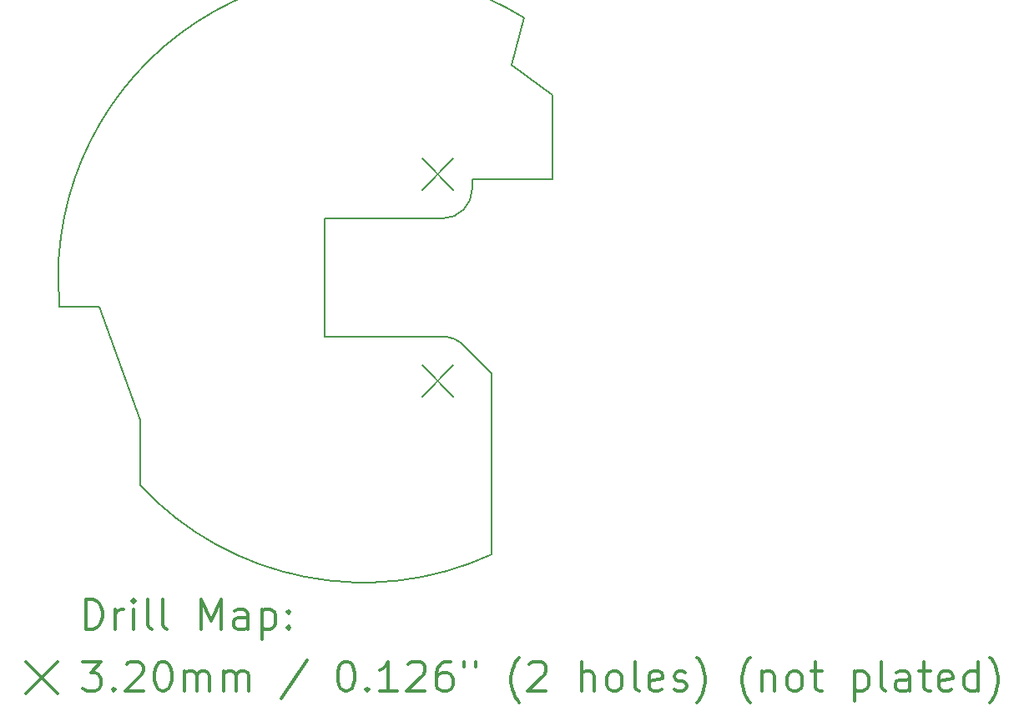
<source format=gbr>
%FSLAX45Y45*%
G04 Gerber Fmt 4.5, Leading zero omitted, Abs format (unit mm)*
G04 Created by KiCad (PCBNEW (5.0.2)-1) date 22/03/2019 14:34:31*
%MOMM*%
%LPD*%
G01*
G04 APERTURE LIST*
%ADD10C,0.150000*%
%ADD11C,0.200000*%
%ADD12C,0.300000*%
G04 APERTURE END LIST*
D10*
X6711980Y3799982D02*
G75*
G03X6492000Y3896000I-219980J-203982D01*
G01*
X6711980Y3799982D02*
X6992000Y3520000D01*
X3424795Y3050000D02*
X3424795Y2384809D01*
X3006000Y4196000D02*
X3424795Y3050000D01*
X2606551Y4195990D02*
X3006000Y4196000D01*
X7605000Y6352000D02*
X7188000Y6658000D01*
X7316967Y7135978D02*
X7188000Y6658000D01*
X7605000Y5496000D02*
X7605000Y6352000D01*
X3424795Y2384809D02*
G75*
G03X6992000Y1684000I2267205J2111191D01*
G01*
X6492000Y5096000D02*
G75*
G03X6792000Y5396000I0J300000D01*
G01*
X2606551Y4195990D02*
G75*
G02X2592000Y4496000I3085449J300010D01*
G01*
X7316967Y7135978D02*
G75*
G03X2592000Y4496000I-1624967J-2639978D01*
G01*
X5292000Y5096000D02*
X6492000Y5096000D01*
X6492000Y3896000D02*
X5292000Y3896000D01*
X6992000Y1684000D02*
X6992000Y3520000D01*
X6792000Y5496000D02*
X6792000Y5396000D01*
X5292000Y5096000D02*
X5292000Y3896000D01*
X6792000Y5496000D02*
X7605000Y5496000D01*
D11*
X6282000Y3606000D02*
X6602000Y3286000D01*
X6602000Y3606000D02*
X6282000Y3286000D01*
X6282000Y5706000D02*
X6602000Y5386000D01*
X6602000Y5706000D02*
X6282000Y5386000D01*
D12*
X2870928Y924828D02*
X2870928Y1224828D01*
X2942357Y1224828D01*
X2985214Y1210542D01*
X3013786Y1181971D01*
X3028071Y1153399D01*
X3042357Y1096256D01*
X3042357Y1053399D01*
X3028071Y996256D01*
X3013786Y967685D01*
X2985214Y939113D01*
X2942357Y924828D01*
X2870928Y924828D01*
X3170928Y924828D02*
X3170928Y1124828D01*
X3170928Y1067685D02*
X3185214Y1096256D01*
X3199500Y1110542D01*
X3228071Y1124828D01*
X3256643Y1124828D01*
X3356643Y924828D02*
X3356643Y1124828D01*
X3356643Y1224828D02*
X3342357Y1210542D01*
X3356643Y1196256D01*
X3370928Y1210542D01*
X3356643Y1224828D01*
X3356643Y1196256D01*
X3542357Y924828D02*
X3513786Y939113D01*
X3499500Y967685D01*
X3499500Y1224828D01*
X3699500Y924828D02*
X3670928Y939113D01*
X3656643Y967685D01*
X3656643Y1224828D01*
X4042357Y924828D02*
X4042357Y1224828D01*
X4142357Y1010542D01*
X4242357Y1224828D01*
X4242357Y924828D01*
X4513786Y924828D02*
X4513786Y1081971D01*
X4499500Y1110542D01*
X4470928Y1124828D01*
X4413786Y1124828D01*
X4385214Y1110542D01*
X4513786Y939113D02*
X4485214Y924828D01*
X4413786Y924828D01*
X4385214Y939113D01*
X4370928Y967685D01*
X4370928Y996256D01*
X4385214Y1024828D01*
X4413786Y1039113D01*
X4485214Y1039113D01*
X4513786Y1053399D01*
X4656643Y1124828D02*
X4656643Y824828D01*
X4656643Y1110542D02*
X4685214Y1124828D01*
X4742357Y1124828D01*
X4770928Y1110542D01*
X4785214Y1096256D01*
X4799500Y1067685D01*
X4799500Y981970D01*
X4785214Y953399D01*
X4770928Y939113D01*
X4742357Y924828D01*
X4685214Y924828D01*
X4656643Y939113D01*
X4928071Y953399D02*
X4942357Y939113D01*
X4928071Y924828D01*
X4913786Y939113D01*
X4928071Y953399D01*
X4928071Y924828D01*
X4928071Y1110542D02*
X4942357Y1096256D01*
X4928071Y1081971D01*
X4913786Y1096256D01*
X4928071Y1110542D01*
X4928071Y1081971D01*
X2264500Y590542D02*
X2584500Y270542D01*
X2584500Y590542D02*
X2264500Y270542D01*
X2842357Y594828D02*
X3028071Y594828D01*
X2928071Y480542D01*
X2970928Y480542D01*
X2999500Y466256D01*
X3013786Y451970D01*
X3028071Y423399D01*
X3028071Y351970D01*
X3013786Y323399D01*
X2999500Y309113D01*
X2970928Y294828D01*
X2885214Y294828D01*
X2856643Y309113D01*
X2842357Y323399D01*
X3156643Y323399D02*
X3170928Y309113D01*
X3156643Y294828D01*
X3142357Y309113D01*
X3156643Y323399D01*
X3156643Y294828D01*
X3285214Y566256D02*
X3299500Y580542D01*
X3328071Y594828D01*
X3399500Y594828D01*
X3428071Y580542D01*
X3442357Y566256D01*
X3456643Y537685D01*
X3456643Y509113D01*
X3442357Y466256D01*
X3270928Y294828D01*
X3456643Y294828D01*
X3642357Y594828D02*
X3670928Y594828D01*
X3699500Y580542D01*
X3713786Y566256D01*
X3728071Y537685D01*
X3742357Y480542D01*
X3742357Y409113D01*
X3728071Y351970D01*
X3713786Y323399D01*
X3699500Y309113D01*
X3670928Y294828D01*
X3642357Y294828D01*
X3613786Y309113D01*
X3599500Y323399D01*
X3585214Y351970D01*
X3570928Y409113D01*
X3570928Y480542D01*
X3585214Y537685D01*
X3599500Y566256D01*
X3613786Y580542D01*
X3642357Y594828D01*
X3870928Y294828D02*
X3870928Y494828D01*
X3870928Y466256D02*
X3885214Y480542D01*
X3913786Y494828D01*
X3956643Y494828D01*
X3985214Y480542D01*
X3999500Y451970D01*
X3999500Y294828D01*
X3999500Y451970D02*
X4013786Y480542D01*
X4042357Y494828D01*
X4085214Y494828D01*
X4113786Y480542D01*
X4128071Y451970D01*
X4128071Y294828D01*
X4270928Y294828D02*
X4270928Y494828D01*
X4270928Y466256D02*
X4285214Y480542D01*
X4313786Y494828D01*
X4356643Y494828D01*
X4385214Y480542D01*
X4399500Y451970D01*
X4399500Y294828D01*
X4399500Y451970D02*
X4413786Y480542D01*
X4442357Y494828D01*
X4485214Y494828D01*
X4513786Y480542D01*
X4528071Y451970D01*
X4528071Y294828D01*
X5113786Y609113D02*
X4856643Y223399D01*
X5499500Y594828D02*
X5528071Y594828D01*
X5556643Y580542D01*
X5570928Y566256D01*
X5585214Y537685D01*
X5599500Y480542D01*
X5599500Y409113D01*
X5585214Y351970D01*
X5570928Y323399D01*
X5556643Y309113D01*
X5528071Y294828D01*
X5499500Y294828D01*
X5470928Y309113D01*
X5456643Y323399D01*
X5442357Y351970D01*
X5428071Y409113D01*
X5428071Y480542D01*
X5442357Y537685D01*
X5456643Y566256D01*
X5470928Y580542D01*
X5499500Y594828D01*
X5728071Y323399D02*
X5742357Y309113D01*
X5728071Y294828D01*
X5713786Y309113D01*
X5728071Y323399D01*
X5728071Y294828D01*
X6028071Y294828D02*
X5856643Y294828D01*
X5942357Y294828D02*
X5942357Y594828D01*
X5913786Y551971D01*
X5885214Y523399D01*
X5856643Y509113D01*
X6142357Y566256D02*
X6156643Y580542D01*
X6185214Y594828D01*
X6256643Y594828D01*
X6285214Y580542D01*
X6299500Y566256D01*
X6313786Y537685D01*
X6313786Y509113D01*
X6299500Y466256D01*
X6128071Y294828D01*
X6313786Y294828D01*
X6570928Y594828D02*
X6513786Y594828D01*
X6485214Y580542D01*
X6470928Y566256D01*
X6442357Y523399D01*
X6428071Y466256D01*
X6428071Y351970D01*
X6442357Y323399D01*
X6456643Y309113D01*
X6485214Y294828D01*
X6542357Y294828D01*
X6570928Y309113D01*
X6585214Y323399D01*
X6599500Y351970D01*
X6599500Y423399D01*
X6585214Y451970D01*
X6570928Y466256D01*
X6542357Y480542D01*
X6485214Y480542D01*
X6456643Y466256D01*
X6442357Y451970D01*
X6428071Y423399D01*
X6713786Y594828D02*
X6713786Y537685D01*
X6828071Y594828D02*
X6828071Y537685D01*
X7270928Y180542D02*
X7256643Y194828D01*
X7228071Y237685D01*
X7213786Y266256D01*
X7199500Y309113D01*
X7185214Y380542D01*
X7185214Y437685D01*
X7199500Y509113D01*
X7213786Y551971D01*
X7228071Y580542D01*
X7256643Y623399D01*
X7270928Y637685D01*
X7370928Y566256D02*
X7385214Y580542D01*
X7413786Y594828D01*
X7485214Y594828D01*
X7513786Y580542D01*
X7528071Y566256D01*
X7542357Y537685D01*
X7542357Y509113D01*
X7528071Y466256D01*
X7356643Y294828D01*
X7542357Y294828D01*
X7899500Y294828D02*
X7899500Y594828D01*
X8028071Y294828D02*
X8028071Y451970D01*
X8013786Y480542D01*
X7985214Y494828D01*
X7942357Y494828D01*
X7913786Y480542D01*
X7899500Y466256D01*
X8213786Y294828D02*
X8185214Y309113D01*
X8170928Y323399D01*
X8156643Y351970D01*
X8156643Y437685D01*
X8170928Y466256D01*
X8185214Y480542D01*
X8213786Y494828D01*
X8256643Y494828D01*
X8285214Y480542D01*
X8299500Y466256D01*
X8313786Y437685D01*
X8313786Y351970D01*
X8299500Y323399D01*
X8285214Y309113D01*
X8256643Y294828D01*
X8213786Y294828D01*
X8485214Y294828D02*
X8456643Y309113D01*
X8442357Y337685D01*
X8442357Y594828D01*
X8713786Y309113D02*
X8685214Y294828D01*
X8628071Y294828D01*
X8599500Y309113D01*
X8585214Y337685D01*
X8585214Y451970D01*
X8599500Y480542D01*
X8628071Y494828D01*
X8685214Y494828D01*
X8713786Y480542D01*
X8728071Y451970D01*
X8728071Y423399D01*
X8585214Y394828D01*
X8842357Y309113D02*
X8870928Y294828D01*
X8928071Y294828D01*
X8956643Y309113D01*
X8970928Y337685D01*
X8970928Y351970D01*
X8956643Y380542D01*
X8928071Y394828D01*
X8885214Y394828D01*
X8856643Y409113D01*
X8842357Y437685D01*
X8842357Y451970D01*
X8856643Y480542D01*
X8885214Y494828D01*
X8928071Y494828D01*
X8956643Y480542D01*
X9070928Y180542D02*
X9085214Y194828D01*
X9113786Y237685D01*
X9128071Y266256D01*
X9142357Y309113D01*
X9156643Y380542D01*
X9156643Y437685D01*
X9142357Y509113D01*
X9128071Y551971D01*
X9113786Y580542D01*
X9085214Y623399D01*
X9070928Y637685D01*
X9613786Y180542D02*
X9599500Y194828D01*
X9570928Y237685D01*
X9556643Y266256D01*
X9542357Y309113D01*
X9528071Y380542D01*
X9528071Y437685D01*
X9542357Y509113D01*
X9556643Y551971D01*
X9570928Y580542D01*
X9599500Y623399D01*
X9613786Y637685D01*
X9728071Y494828D02*
X9728071Y294828D01*
X9728071Y466256D02*
X9742357Y480542D01*
X9770928Y494828D01*
X9813786Y494828D01*
X9842357Y480542D01*
X9856643Y451970D01*
X9856643Y294828D01*
X10042357Y294828D02*
X10013786Y309113D01*
X9999500Y323399D01*
X9985214Y351970D01*
X9985214Y437685D01*
X9999500Y466256D01*
X10013786Y480542D01*
X10042357Y494828D01*
X10085214Y494828D01*
X10113786Y480542D01*
X10128071Y466256D01*
X10142357Y437685D01*
X10142357Y351970D01*
X10128071Y323399D01*
X10113786Y309113D01*
X10085214Y294828D01*
X10042357Y294828D01*
X10228071Y494828D02*
X10342357Y494828D01*
X10270928Y594828D02*
X10270928Y337685D01*
X10285214Y309113D01*
X10313786Y294828D01*
X10342357Y294828D01*
X10670928Y494828D02*
X10670928Y194828D01*
X10670928Y480542D02*
X10699500Y494828D01*
X10756643Y494828D01*
X10785214Y480542D01*
X10799500Y466256D01*
X10813786Y437685D01*
X10813786Y351970D01*
X10799500Y323399D01*
X10785214Y309113D01*
X10756643Y294828D01*
X10699500Y294828D01*
X10670928Y309113D01*
X10985214Y294828D02*
X10956643Y309113D01*
X10942357Y337685D01*
X10942357Y594828D01*
X11228071Y294828D02*
X11228071Y451970D01*
X11213786Y480542D01*
X11185214Y494828D01*
X11128071Y494828D01*
X11099500Y480542D01*
X11228071Y309113D02*
X11199500Y294828D01*
X11128071Y294828D01*
X11099500Y309113D01*
X11085214Y337685D01*
X11085214Y366256D01*
X11099500Y394828D01*
X11128071Y409113D01*
X11199500Y409113D01*
X11228071Y423399D01*
X11328071Y494828D02*
X11442357Y494828D01*
X11370928Y594828D02*
X11370928Y337685D01*
X11385214Y309113D01*
X11413786Y294828D01*
X11442357Y294828D01*
X11656643Y309113D02*
X11628071Y294828D01*
X11570928Y294828D01*
X11542357Y309113D01*
X11528071Y337685D01*
X11528071Y451970D01*
X11542357Y480542D01*
X11570928Y494828D01*
X11628071Y494828D01*
X11656643Y480542D01*
X11670928Y451970D01*
X11670928Y423399D01*
X11528071Y394828D01*
X11928071Y294828D02*
X11928071Y594828D01*
X11928071Y309113D02*
X11899500Y294828D01*
X11842357Y294828D01*
X11813786Y309113D01*
X11799500Y323399D01*
X11785214Y351970D01*
X11785214Y437685D01*
X11799500Y466256D01*
X11813786Y480542D01*
X11842357Y494828D01*
X11899500Y494828D01*
X11928071Y480542D01*
X12042357Y180542D02*
X12056643Y194828D01*
X12085214Y237685D01*
X12099500Y266256D01*
X12113786Y309113D01*
X12128071Y380542D01*
X12128071Y437685D01*
X12113786Y509113D01*
X12099500Y551971D01*
X12085214Y580542D01*
X12056643Y623399D01*
X12042357Y637685D01*
M02*

</source>
